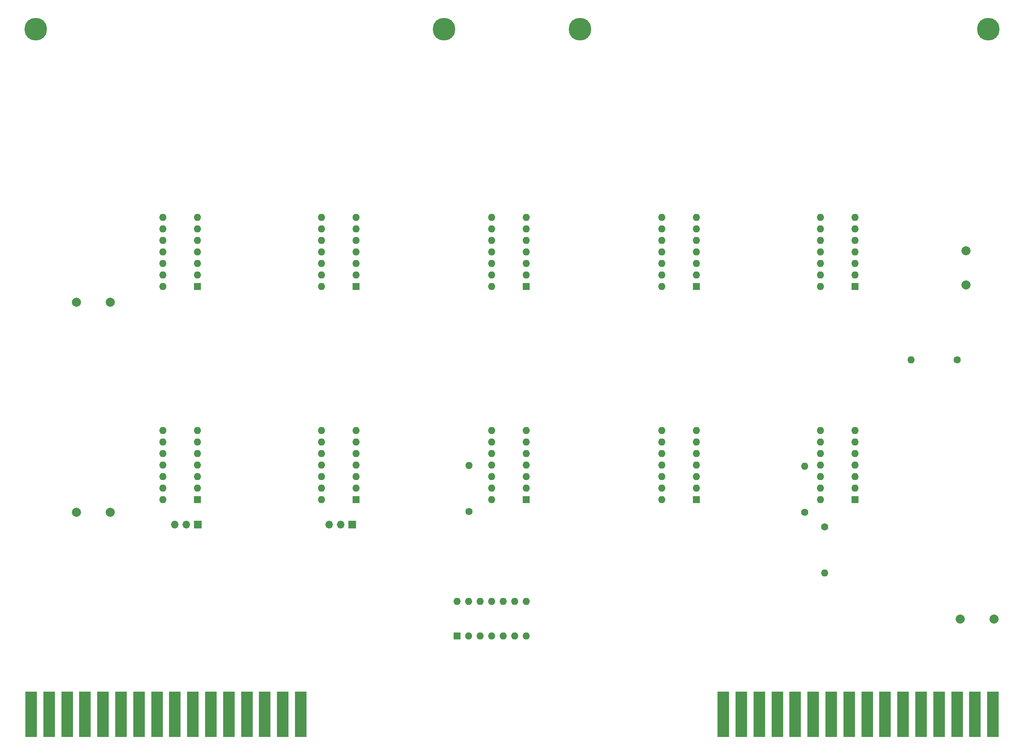
<source format=gbr>
%TF.GenerationSoftware,KiCad,Pcbnew,(6.0.4-0)*%
%TF.CreationDate,2024-04-14T14:55:46+10:00*%
%TF.ProjectId,Input:Output Interface,496e7075-743a-44f7-9574-70757420496e,rev?*%
%TF.SameCoordinates,Original*%
%TF.FileFunction,Soldermask,Bot*%
%TF.FilePolarity,Negative*%
%FSLAX46Y46*%
G04 Gerber Fmt 4.6, Leading zero omitted, Abs format (unit mm)*
G04 Created by KiCad (PCBNEW (6.0.4-0)) date 2024-04-14 14:55:46*
%MOMM*%
%LPD*%
G01*
G04 APERTURE LIST*
%ADD10R,2.540000X10.000000*%
%ADD11R,1.600000X1.600000*%
%ADD12O,1.600000X1.600000*%
%ADD13C,2.000000*%
%ADD14C,1.600000*%
%ADD15C,5.000000*%
%ADD16R,1.700000X1.700000*%
%ADD17O,1.700000X1.700000*%
G04 APERTURE END LIST*
D10*
%TO.C,J4*%
X286006000Y-214070000D03*
X282043600Y-214070000D03*
X278081200Y-214070000D03*
X274118800Y-214070000D03*
X270156400Y-214070000D03*
X266194000Y-214070000D03*
X262231600Y-214070000D03*
X258269200Y-214070000D03*
X254306800Y-214070000D03*
X250344400Y-214070000D03*
X246382000Y-214070000D03*
X242419600Y-214070000D03*
X238457200Y-214070000D03*
X234494800Y-214070000D03*
X230532400Y-214070000D03*
X226570000Y-214070000D03*
%TD*%
D11*
%TO.C,U2*%
X145620000Y-119740000D03*
D12*
X145620000Y-117200000D03*
X145620000Y-114660000D03*
X145620000Y-112120000D03*
X145620000Y-109580000D03*
X145620000Y-107040000D03*
X145620000Y-104500000D03*
X138000000Y-104500000D03*
X138000000Y-107040000D03*
X138000000Y-109580000D03*
X138000000Y-112120000D03*
X138000000Y-114660000D03*
X138000000Y-117200000D03*
X138000000Y-119740000D03*
%TD*%
D11*
%TO.C,U3*%
X183120000Y-119740000D03*
D12*
X183120000Y-117200000D03*
X183120000Y-114660000D03*
X183120000Y-112120000D03*
X183120000Y-109580000D03*
X183120000Y-107040000D03*
X183120000Y-104500000D03*
X175500000Y-104500000D03*
X175500000Y-107040000D03*
X175500000Y-109580000D03*
X175500000Y-112120000D03*
X175500000Y-114660000D03*
X175500000Y-117200000D03*
X175500000Y-119740000D03*
%TD*%
D11*
%TO.C,U4*%
X220620000Y-119740000D03*
D12*
X220620000Y-117200000D03*
X220620000Y-114660000D03*
X220620000Y-112120000D03*
X220620000Y-109580000D03*
X220620000Y-107040000D03*
X220620000Y-104500000D03*
X213000000Y-104500000D03*
X213000000Y-107040000D03*
X213000000Y-109580000D03*
X213000000Y-112120000D03*
X213000000Y-114660000D03*
X213000000Y-117200000D03*
X213000000Y-119740000D03*
%TD*%
D11*
%TO.C,U5*%
X255620000Y-119740000D03*
D12*
X255620000Y-117200000D03*
X255620000Y-114660000D03*
X255620000Y-112120000D03*
X255620000Y-109580000D03*
X255620000Y-107040000D03*
X255620000Y-104500000D03*
X248000000Y-104500000D03*
X248000000Y-107040000D03*
X248000000Y-109580000D03*
X248000000Y-112120000D03*
X248000000Y-114660000D03*
X248000000Y-117200000D03*
X248000000Y-119740000D03*
%TD*%
D11*
%TO.C,U8*%
X183120000Y-166740000D03*
D12*
X183120000Y-164200000D03*
X183120000Y-161660000D03*
X183120000Y-159120000D03*
X183120000Y-156580000D03*
X183120000Y-154040000D03*
X183120000Y-151500000D03*
X175500000Y-151500000D03*
X175500000Y-154040000D03*
X175500000Y-156580000D03*
X175500000Y-159120000D03*
X175500000Y-161660000D03*
X175500000Y-164200000D03*
X175500000Y-166740000D03*
%TD*%
D11*
%TO.C,U10*%
X255620000Y-166740000D03*
D12*
X255620000Y-164200000D03*
X255620000Y-161660000D03*
X255620000Y-159120000D03*
X255620000Y-156580000D03*
X255620000Y-154040000D03*
X255620000Y-151500000D03*
X248000000Y-151500000D03*
X248000000Y-154040000D03*
X248000000Y-156580000D03*
X248000000Y-159120000D03*
X248000000Y-161660000D03*
X248000000Y-164200000D03*
X248000000Y-166740000D03*
%TD*%
D11*
%TO.C,U11*%
X167880000Y-196800000D03*
D12*
X170420000Y-196800000D03*
X172960000Y-196800000D03*
X175500000Y-196800000D03*
X178040000Y-196800000D03*
X180580000Y-196800000D03*
X183120000Y-196800000D03*
X183120000Y-189180000D03*
X180580000Y-189180000D03*
X178040000Y-189180000D03*
X175500000Y-189180000D03*
X172960000Y-189180000D03*
X170420000Y-189180000D03*
X167880000Y-189180000D03*
%TD*%
D11*
%TO.C,U1*%
X110620000Y-119740000D03*
D12*
X110620000Y-117200000D03*
X110620000Y-114660000D03*
X110620000Y-112120000D03*
X110620000Y-109580000D03*
X110620000Y-107040000D03*
X110620000Y-104500000D03*
X103000000Y-104500000D03*
X103000000Y-107040000D03*
X103000000Y-109580000D03*
X103000000Y-112120000D03*
X103000000Y-114660000D03*
X103000000Y-117200000D03*
X103000000Y-119740000D03*
%TD*%
D11*
%TO.C,U6*%
X110620000Y-166740000D03*
D12*
X110620000Y-164200000D03*
X110620000Y-161660000D03*
X110620000Y-159120000D03*
X110620000Y-156580000D03*
X110620000Y-154040000D03*
X110620000Y-151500000D03*
X103000000Y-151500000D03*
X103000000Y-154040000D03*
X103000000Y-156580000D03*
X103000000Y-159120000D03*
X103000000Y-161660000D03*
X103000000Y-164200000D03*
X103000000Y-166740000D03*
%TD*%
D11*
%TO.C,U9*%
X220620000Y-166740000D03*
D12*
X220620000Y-164200000D03*
X220620000Y-161660000D03*
X220620000Y-159120000D03*
X220620000Y-156580000D03*
X220620000Y-154040000D03*
X220620000Y-151500000D03*
X213000000Y-151500000D03*
X213000000Y-154040000D03*
X213000000Y-156580000D03*
X213000000Y-159120000D03*
X213000000Y-161660000D03*
X213000000Y-164200000D03*
X213000000Y-166740000D03*
%TD*%
D11*
%TO.C,U7*%
X145620000Y-166740000D03*
D12*
X145620000Y-164200000D03*
X145620000Y-161660000D03*
X145620000Y-159120000D03*
X145620000Y-156580000D03*
X145620000Y-154040000D03*
X145620000Y-151500000D03*
X138000000Y-151500000D03*
X138000000Y-154040000D03*
X138000000Y-156580000D03*
X138000000Y-159120000D03*
X138000000Y-161660000D03*
X138000000Y-164200000D03*
X138000000Y-166740000D03*
%TD*%
D10*
%TO.C,J3*%
X133413200Y-214078000D03*
X129450800Y-214078000D03*
X125488400Y-214078000D03*
X121526000Y-214078000D03*
X117563600Y-214078000D03*
X113601200Y-214078000D03*
X109638800Y-214078000D03*
X105676400Y-214078000D03*
X101714000Y-214078000D03*
X97751600Y-214078000D03*
X93789200Y-214078000D03*
X89826800Y-214078000D03*
X85864400Y-214078000D03*
X81902000Y-214078000D03*
X77939600Y-214078000D03*
X73977200Y-214078000D03*
%TD*%
D13*
%TO.C,C1*%
X91440000Y-123190000D03*
X83940000Y-123190000D03*
%TD*%
%TO.C,C2*%
X91440000Y-169545000D03*
X83940000Y-169545000D03*
%TD*%
%TO.C,C3*%
X280035000Y-119380000D03*
X280035000Y-111880000D03*
%TD*%
%TO.C,C4*%
X278765000Y-193040000D03*
X286265000Y-193040000D03*
%TD*%
D14*
%TO.C,R1*%
X170500000Y-169360000D03*
D12*
X170500000Y-159200000D03*
%TD*%
D14*
%TO.C,R2*%
X244475000Y-169545000D03*
D12*
X244475000Y-159385000D03*
%TD*%
D14*
%TO.C,R3*%
X248920000Y-172720000D03*
D12*
X248920000Y-182880000D03*
%TD*%
D14*
%TO.C,R4*%
X278130000Y-135890000D03*
D12*
X267970000Y-135890000D03*
%TD*%
D15*
%TO.C,H1*%
X75000000Y-63000000D03*
X165000000Y-63000000D03*
%TD*%
%TO.C,H2*%
X195000000Y-63000000D03*
X285000000Y-63000000D03*
%TD*%
D16*
%TO.C,J1*%
X110744000Y-172212000D03*
D17*
X108204000Y-172212000D03*
X105664000Y-172212000D03*
%TD*%
D16*
%TO.C,J2*%
X144780000Y-172212000D03*
D17*
X142240000Y-172212000D03*
X139700000Y-172212000D03*
%TD*%
M02*

</source>
